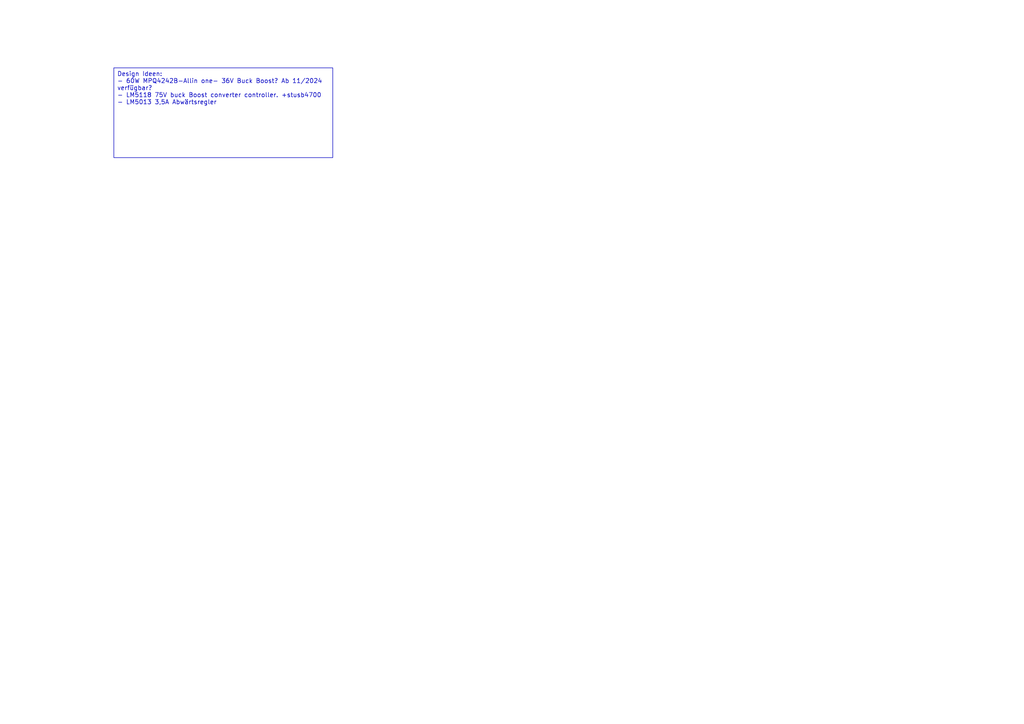
<source format=kicad_sch>
(kicad_sch
	(version 20231120)
	(generator "eeschema")
	(generator_version "8.0")
	(uuid "78c59034-4994-443a-8022-ea9a80d53485")
	(paper "A4")
	(lib_symbols)
	(text_box "Design Ideen:\n- 60W MPQ4242B-Allin one- 36V Buck Boost? Ab 11/2024 verfügbar?\n- LM5118 75V buck Boost converter controller. +stusb4700\n- LM5013 3,5A Abwärtsregler"
		(exclude_from_sim no)
		(at 33.02 19.685 0)
		(size 63.5 26.035)
		(stroke
			(width 0)
			(type default)
		)
		(fill
			(type none)
		)
		(effects
			(font
				(size 1.27 1.27)
			)
			(justify left top)
		)
		(uuid "4d3e3f37-556d-4508-902d-9cfebb510ed3")
	)
)

</source>
